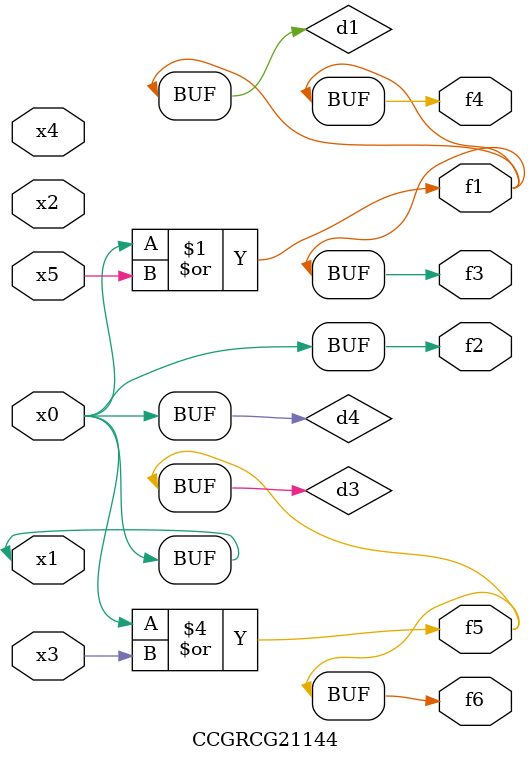
<source format=v>
module CCGRCG21144(
	input x0, x1, x2, x3, x4, x5,
	output f1, f2, f3, f4, f5, f6
);

	wire d1, d2, d3, d4;

	or (d1, x0, x5);
	xnor (d2, x1, x4);
	or (d3, x0, x3);
	buf (d4, x0, x1);
	assign f1 = d1;
	assign f2 = d4;
	assign f3 = d1;
	assign f4 = d1;
	assign f5 = d3;
	assign f6 = d3;
endmodule

</source>
